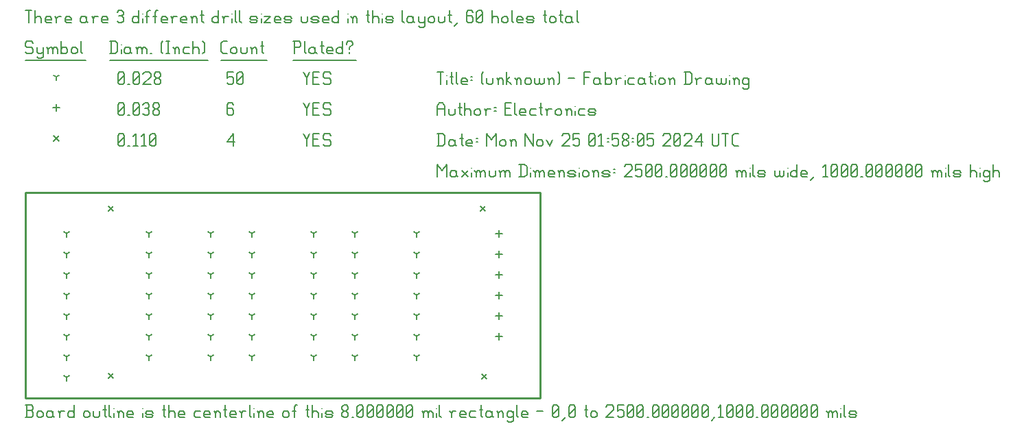
<source format=gbr>
G04 start of page 17 for group -3984 idx -3984 *
G04 Title: (unknown), fab *
G04 Creator: pcb 4.2.2 *
G04 CreationDate: Mon Nov 25 01:58:05 2024 UTC *
G04 For: electronics *
G04 Format: Gerber/RS-274X *
G04 PCB-Dimensions (mil): 2500.00 1000.00 *
G04 PCB-Coordinate-Origin: lower left *
%MOIN*%
%FSLAX25Y25*%
%LNFAB*%
%ADD70C,0.0100*%
%ADD69C,0.0075*%
%ADD68C,0.0060*%
%ADD67C,0.0080*%
G54D67*X220970Y93269D02*X223370Y90869D01*
X220970D02*X223370Y93269D01*
X221591Y11657D02*X223991Y9257D01*
X221591D02*X223991Y11657D01*
X40264Y11879D02*X42664Y9479D01*
X40264D02*X42664Y11879D01*
X40264Y93332D02*X42664Y90932D01*
X40264D02*X42664Y93332D01*
X13800Y127450D02*X16200Y125050D01*
X13800D02*X16200Y127450D01*
G54D68*X135000Y128500D02*X136500Y125500D01*
X138000Y128500D01*
X136500Y125500D02*Y122500D01*
X139800Y125800D02*X142050D01*
X139800Y122500D02*X142800D01*
X139800Y128500D02*Y122500D01*
Y128500D02*X142800D01*
X147600D02*X148350Y127750D01*
X145350Y128500D02*X147600D01*
X144600Y127750D02*X145350Y128500D01*
X144600Y127750D02*Y126250D01*
X145350Y125500D01*
X147600D01*
X148350Y124750D01*
Y123250D01*
X147600Y122500D02*X148350Y123250D01*
X145350Y122500D02*X147600D01*
X144600Y123250D02*X145350Y122500D01*
X98000Y124750D02*X101000Y128500D01*
X98000Y124750D02*X101750D01*
X101000Y128500D02*Y122500D01*
X45000Y123250D02*X45750Y122500D01*
X45000Y127750D02*Y123250D01*
Y127750D02*X45750Y128500D01*
X47250D01*
X48000Y127750D01*
Y123250D01*
X47250Y122500D02*X48000Y123250D01*
X45750Y122500D02*X47250D01*
X45000Y124000D02*X48000Y127000D01*
X49800Y122500D02*X50550D01*
X52350Y127300D02*X53550Y128500D01*
Y122500D01*
X52350D02*X54600D01*
X56400Y127300D02*X57600Y128500D01*
Y122500D01*
X56400D02*X58650D01*
X60450Y123250D02*X61200Y122500D01*
X60450Y127750D02*Y123250D01*
Y127750D02*X61200Y128500D01*
X62700D01*
X63450Y127750D01*
Y123250D01*
X62700Y122500D02*X63450Y123250D01*
X61200Y122500D02*X62700D01*
X60450Y124000D02*X63450Y127000D01*
X230000Y81600D02*Y78400D01*
X228400Y80000D02*X231600D01*
X230000Y71600D02*Y68400D01*
X228400Y70000D02*X231600D01*
X230000Y61600D02*Y58400D01*
X228400Y60000D02*X231600D01*
X230000Y51600D02*Y48400D01*
X228400Y50000D02*X231600D01*
X230000Y41600D02*Y38400D01*
X228400Y40000D02*X231600D01*
X230000Y31600D02*Y28400D01*
X228400Y30000D02*X231600D01*
X15000Y142850D02*Y139650D01*
X13400Y141250D02*X16600D01*
X135000Y143500D02*X136500Y140500D01*
X138000Y143500D01*
X136500Y140500D02*Y137500D01*
X139800Y140800D02*X142050D01*
X139800Y137500D02*X142800D01*
X139800Y143500D02*Y137500D01*
Y143500D02*X142800D01*
X147600D02*X148350Y142750D01*
X145350Y143500D02*X147600D01*
X144600Y142750D02*X145350Y143500D01*
X144600Y142750D02*Y141250D01*
X145350Y140500D01*
X147600D01*
X148350Y139750D01*
Y138250D01*
X147600Y137500D02*X148350Y138250D01*
X145350Y137500D02*X147600D01*
X144600Y138250D02*X145350Y137500D01*
X100250Y143500D02*X101000Y142750D01*
X98750Y143500D02*X100250D01*
X98000Y142750D02*X98750Y143500D01*
X98000Y142750D02*Y138250D01*
X98750Y137500D01*
X100250Y140800D02*X101000Y140050D01*
X98000Y140800D02*X100250D01*
X98750Y137500D02*X100250D01*
X101000Y138250D01*
Y140050D02*Y138250D01*
X45000D02*X45750Y137500D01*
X45000Y142750D02*Y138250D01*
Y142750D02*X45750Y143500D01*
X47250D01*
X48000Y142750D01*
Y138250D01*
X47250Y137500D02*X48000Y138250D01*
X45750Y137500D02*X47250D01*
X45000Y139000D02*X48000Y142000D01*
X49800Y137500D02*X50550D01*
X52350Y138250D02*X53100Y137500D01*
X52350Y142750D02*Y138250D01*
Y142750D02*X53100Y143500D01*
X54600D01*
X55350Y142750D01*
Y138250D01*
X54600Y137500D02*X55350Y138250D01*
X53100Y137500D02*X54600D01*
X52350Y139000D02*X55350Y142000D01*
X57150Y142750D02*X57900Y143500D01*
X59400D01*
X60150Y142750D01*
X59400Y137500D02*X60150Y138250D01*
X57900Y137500D02*X59400D01*
X57150Y138250D02*X57900Y137500D01*
Y140800D02*X59400D01*
X60150Y142750D02*Y141550D01*
Y140050D02*Y138250D01*
Y140050D02*X59400Y140800D01*
X60150Y141550D02*X59400Y140800D01*
X61950Y138250D02*X62700Y137500D01*
X61950Y139450D02*Y138250D01*
Y139450D02*X63000Y140500D01*
X63900D01*
X64950Y139450D01*
Y138250D01*
X64200Y137500D02*X64950Y138250D01*
X62700Y137500D02*X64200D01*
X61950Y141550D02*X63000Y140500D01*
X61950Y142750D02*Y141550D01*
Y142750D02*X62700Y143500D01*
X64200D01*
X64950Y142750D01*
Y141550D01*
X63900Y140500D02*X64950Y141550D01*
X20000Y80000D02*Y78400D01*
Y80000D02*X21387Y80800D01*
X20000Y80000D02*X18613Y80800D01*
X20000Y70000D02*Y68400D01*
Y70000D02*X21387Y70800D01*
X20000Y70000D02*X18613Y70800D01*
X20000Y60000D02*Y58400D01*
Y60000D02*X21387Y60800D01*
X20000Y60000D02*X18613Y60800D01*
X20000Y50000D02*Y48400D01*
Y50000D02*X21387Y50800D01*
X20000Y50000D02*X18613Y50800D01*
X20000Y40000D02*Y38400D01*
Y40000D02*X21387Y40800D01*
X20000Y40000D02*X18613Y40800D01*
X20000Y30000D02*Y28400D01*
Y30000D02*X21387Y30800D01*
X20000Y30000D02*X18613Y30800D01*
X20000Y20000D02*Y18400D01*
Y20000D02*X21387Y20800D01*
X20000Y20000D02*X18613Y20800D01*
X20000Y10000D02*Y8400D01*
Y10000D02*X21387Y10800D01*
X20000Y10000D02*X18613Y10800D01*
X60000Y80000D02*Y78400D01*
Y80000D02*X61387Y80800D01*
X60000Y80000D02*X58613Y80800D01*
X60000Y70000D02*Y68400D01*
Y70000D02*X61387Y70800D01*
X60000Y70000D02*X58613Y70800D01*
X60000Y60000D02*Y58400D01*
Y60000D02*X61387Y60800D01*
X60000Y60000D02*X58613Y60800D01*
X60000Y50000D02*Y48400D01*
Y50000D02*X61387Y50800D01*
X60000Y50000D02*X58613Y50800D01*
X60000Y40000D02*Y38400D01*
Y40000D02*X61387Y40800D01*
X60000Y40000D02*X58613Y40800D01*
X60000Y30000D02*Y28400D01*
Y30000D02*X61387Y30800D01*
X60000Y30000D02*X58613Y30800D01*
X60000Y20000D02*Y18400D01*
Y20000D02*X61387Y20800D01*
X60000Y20000D02*X58613Y20800D01*
X90000Y20000D02*Y18400D01*
Y20000D02*X91387Y20800D01*
X90000Y20000D02*X88613Y20800D01*
X90000Y30000D02*Y28400D01*
Y30000D02*X91387Y30800D01*
X90000Y30000D02*X88613Y30800D01*
X90000Y40000D02*Y38400D01*
Y40000D02*X91387Y40800D01*
X90000Y40000D02*X88613Y40800D01*
X90000Y50000D02*Y48400D01*
Y50000D02*X91387Y50800D01*
X90000Y50000D02*X88613Y50800D01*
X90000Y60000D02*Y58400D01*
Y60000D02*X91387Y60800D01*
X90000Y60000D02*X88613Y60800D01*
X90000Y70000D02*Y68400D01*
Y70000D02*X91387Y70800D01*
X90000Y70000D02*X88613Y70800D01*
X90000Y80000D02*Y78400D01*
Y80000D02*X91387Y80800D01*
X90000Y80000D02*X88613Y80800D01*
X110000Y80000D02*Y78400D01*
Y80000D02*X111387Y80800D01*
X110000Y80000D02*X108613Y80800D01*
X110000Y70000D02*Y68400D01*
Y70000D02*X111387Y70800D01*
X110000Y70000D02*X108613Y70800D01*
X110000Y60000D02*Y58400D01*
Y60000D02*X111387Y60800D01*
X110000Y60000D02*X108613Y60800D01*
X110000Y50000D02*Y48400D01*
Y50000D02*X111387Y50800D01*
X110000Y50000D02*X108613Y50800D01*
X110000Y40000D02*Y38400D01*
Y40000D02*X111387Y40800D01*
X110000Y40000D02*X108613Y40800D01*
X110000Y30000D02*Y28400D01*
Y30000D02*X111387Y30800D01*
X110000Y30000D02*X108613Y30800D01*
X110000Y20000D02*Y18400D01*
Y20000D02*X111387Y20800D01*
X110000Y20000D02*X108613Y20800D01*
X140000Y20000D02*Y18400D01*
Y20000D02*X141387Y20800D01*
X140000Y20000D02*X138613Y20800D01*
X140000Y30000D02*Y28400D01*
Y30000D02*X141387Y30800D01*
X140000Y30000D02*X138613Y30800D01*
X140000Y40000D02*Y38400D01*
Y40000D02*X141387Y40800D01*
X140000Y40000D02*X138613Y40800D01*
X140000Y50000D02*Y48400D01*
Y50000D02*X141387Y50800D01*
X140000Y50000D02*X138613Y50800D01*
X140000Y60000D02*Y58400D01*
Y60000D02*X141387Y60800D01*
X140000Y60000D02*X138613Y60800D01*
X140000Y70000D02*Y68400D01*
Y70000D02*X141387Y70800D01*
X140000Y70000D02*X138613Y70800D01*
X140000Y80000D02*Y78400D01*
Y80000D02*X141387Y80800D01*
X140000Y80000D02*X138613Y80800D01*
X160000Y80000D02*Y78400D01*
Y80000D02*X161387Y80800D01*
X160000Y80000D02*X158613Y80800D01*
X160000Y70000D02*Y68400D01*
Y70000D02*X161387Y70800D01*
X160000Y70000D02*X158613Y70800D01*
X160000Y60000D02*Y58400D01*
Y60000D02*X161387Y60800D01*
X160000Y60000D02*X158613Y60800D01*
X160000Y50000D02*Y48400D01*
Y50000D02*X161387Y50800D01*
X160000Y50000D02*X158613Y50800D01*
X160000Y40000D02*Y38400D01*
Y40000D02*X161387Y40800D01*
X160000Y40000D02*X158613Y40800D01*
X160000Y30000D02*Y28400D01*
Y30000D02*X161387Y30800D01*
X160000Y30000D02*X158613Y30800D01*
X160000Y20000D02*Y18400D01*
Y20000D02*X161387Y20800D01*
X160000Y20000D02*X158613Y20800D01*
X190000Y20000D02*Y18400D01*
Y20000D02*X191387Y20800D01*
X190000Y20000D02*X188613Y20800D01*
X190000Y30000D02*Y28400D01*
Y30000D02*X191387Y30800D01*
X190000Y30000D02*X188613Y30800D01*
X190000Y40000D02*Y38400D01*
Y40000D02*X191387Y40800D01*
X190000Y40000D02*X188613Y40800D01*
X190000Y50000D02*Y48400D01*
Y50000D02*X191387Y50800D01*
X190000Y50000D02*X188613Y50800D01*
X190000Y60000D02*Y58400D01*
Y60000D02*X191387Y60800D01*
X190000Y60000D02*X188613Y60800D01*
X190000Y70000D02*Y68400D01*
Y70000D02*X191387Y70800D01*
X190000Y70000D02*X188613Y70800D01*
X190000Y80000D02*Y78400D01*
Y80000D02*X191387Y80800D01*
X190000Y80000D02*X188613Y80800D01*
X15000Y156250D02*Y154650D01*
Y156250D02*X16387Y157050D01*
X15000Y156250D02*X13613Y157050D01*
X135000Y158500D02*X136500Y155500D01*
X138000Y158500D01*
X136500Y155500D02*Y152500D01*
X139800Y155800D02*X142050D01*
X139800Y152500D02*X142800D01*
X139800Y158500D02*Y152500D01*
Y158500D02*X142800D01*
X147600D02*X148350Y157750D01*
X145350Y158500D02*X147600D01*
X144600Y157750D02*X145350Y158500D01*
X144600Y157750D02*Y156250D01*
X145350Y155500D01*
X147600D01*
X148350Y154750D01*
Y153250D01*
X147600Y152500D02*X148350Y153250D01*
X145350Y152500D02*X147600D01*
X144600Y153250D02*X145350Y152500D01*
X98000Y158500D02*X101000D01*
X98000D02*Y155500D01*
X98750Y156250D01*
X100250D01*
X101000Y155500D01*
Y153250D01*
X100250Y152500D02*X101000Y153250D01*
X98750Y152500D02*X100250D01*
X98000Y153250D02*X98750Y152500D01*
X102800Y153250D02*X103550Y152500D01*
X102800Y157750D02*Y153250D01*
Y157750D02*X103550Y158500D01*
X105050D01*
X105800Y157750D01*
Y153250D01*
X105050Y152500D02*X105800Y153250D01*
X103550Y152500D02*X105050D01*
X102800Y154000D02*X105800Y157000D01*
X45000Y153250D02*X45750Y152500D01*
X45000Y157750D02*Y153250D01*
Y157750D02*X45750Y158500D01*
X47250D01*
X48000Y157750D01*
Y153250D01*
X47250Y152500D02*X48000Y153250D01*
X45750Y152500D02*X47250D01*
X45000Y154000D02*X48000Y157000D01*
X49800Y152500D02*X50550D01*
X52350Y153250D02*X53100Y152500D01*
X52350Y157750D02*Y153250D01*
Y157750D02*X53100Y158500D01*
X54600D01*
X55350Y157750D01*
Y153250D01*
X54600Y152500D02*X55350Y153250D01*
X53100Y152500D02*X54600D01*
X52350Y154000D02*X55350Y157000D01*
X57150Y157750D02*X57900Y158500D01*
X60150D01*
X60900Y157750D01*
Y156250D01*
X57150Y152500D02*X60900Y156250D01*
X57150Y152500D02*X60900D01*
X62700Y153250D02*X63450Y152500D01*
X62700Y154450D02*Y153250D01*
Y154450D02*X63750Y155500D01*
X64650D01*
X65700Y154450D01*
Y153250D01*
X64950Y152500D02*X65700Y153250D01*
X63450Y152500D02*X64950D01*
X62700Y156550D02*X63750Y155500D01*
X62700Y157750D02*Y156550D01*
Y157750D02*X63450Y158500D01*
X64950D01*
X65700Y157750D01*
Y156550D01*
X64650Y155500D02*X65700Y156550D01*
X3000Y173500D02*X3750Y172750D01*
X750Y173500D02*X3000D01*
X0Y172750D02*X750Y173500D01*
X0Y172750D02*Y171250D01*
X750Y170500D01*
X3000D01*
X3750Y169750D01*
Y168250D01*
X3000Y167500D02*X3750Y168250D01*
X750Y167500D02*X3000D01*
X0Y168250D02*X750Y167500D01*
X5550Y170500D02*Y168250D01*
X6300Y167500D01*
X8550Y170500D02*Y166000D01*
X7800Y165250D02*X8550Y166000D01*
X6300Y165250D02*X7800D01*
X5550Y166000D02*X6300Y165250D01*
Y167500D02*X7800D01*
X8550Y168250D01*
X11100Y169750D02*Y167500D01*
Y169750D02*X11850Y170500D01*
X12600D01*
X13350Y169750D01*
Y167500D01*
Y169750D02*X14100Y170500D01*
X14850D01*
X15600Y169750D01*
Y167500D01*
X10350Y170500D02*X11100Y169750D01*
X17400Y173500D02*Y167500D01*
Y168250D02*X18150Y167500D01*
X19650D01*
X20400Y168250D01*
Y169750D02*Y168250D01*
X19650Y170500D02*X20400Y169750D01*
X18150Y170500D02*X19650D01*
X17400Y169750D02*X18150Y170500D01*
X22200Y169750D02*Y168250D01*
Y169750D02*X22950Y170500D01*
X24450D01*
X25200Y169750D01*
Y168250D01*
X24450Y167500D02*X25200Y168250D01*
X22950Y167500D02*X24450D01*
X22200Y168250D02*X22950Y167500D01*
X27000Y173500D02*Y168250D01*
X27750Y167500D01*
X0Y164250D02*X29250D01*
X41750Y173500D02*Y167500D01*
X43700Y173500D02*X44750Y172450D01*
Y168550D01*
X43700Y167500D02*X44750Y168550D01*
X41000Y167500D02*X43700D01*
X41000Y173500D02*X43700D01*
G54D69*X46550Y172000D02*Y171850D01*
G54D68*Y169750D02*Y167500D01*
X50300Y170500D02*X51050Y169750D01*
X48800Y170500D02*X50300D01*
X48050Y169750D02*X48800Y170500D01*
X48050Y169750D02*Y168250D01*
X48800Y167500D01*
X51050Y170500D02*Y168250D01*
X51800Y167500D01*
X48800D02*X50300D01*
X51050Y168250D01*
X54350Y169750D02*Y167500D01*
Y169750D02*X55100Y170500D01*
X55850D01*
X56600Y169750D01*
Y167500D01*
Y169750D02*X57350Y170500D01*
X58100D01*
X58850Y169750D01*
Y167500D01*
X53600Y170500D02*X54350Y169750D01*
X60650Y167500D02*X61400D01*
X65900Y168250D02*X66650Y167500D01*
X65900Y172750D02*X66650Y173500D01*
X65900Y172750D02*Y168250D01*
X68450Y173500D02*X69950D01*
X69200D02*Y167500D01*
X68450D02*X69950D01*
X72500Y169750D02*Y167500D01*
Y169750D02*X73250Y170500D01*
X74000D01*
X74750Y169750D01*
Y167500D01*
X71750Y170500D02*X72500Y169750D01*
X77300Y170500D02*X79550D01*
X76550Y169750D02*X77300Y170500D01*
X76550Y169750D02*Y168250D01*
X77300Y167500D01*
X79550D01*
X81350Y173500D02*Y167500D01*
Y169750D02*X82100Y170500D01*
X83600D01*
X84350Y169750D01*
Y167500D01*
X86150Y173500D02*X86900Y172750D01*
Y168250D01*
X86150Y167500D02*X86900Y168250D01*
X41000Y164250D02*X88700D01*
X96050Y167500D02*X98000D01*
X95000Y168550D02*X96050Y167500D01*
X95000Y172450D02*Y168550D01*
Y172450D02*X96050Y173500D01*
X98000D01*
X99800Y169750D02*Y168250D01*
Y169750D02*X100550Y170500D01*
X102050D01*
X102800Y169750D01*
Y168250D01*
X102050Y167500D02*X102800Y168250D01*
X100550Y167500D02*X102050D01*
X99800Y168250D02*X100550Y167500D01*
X104600Y170500D02*Y168250D01*
X105350Y167500D01*
X106850D01*
X107600Y168250D01*
Y170500D02*Y168250D01*
X110150Y169750D02*Y167500D01*
Y169750D02*X110900Y170500D01*
X111650D01*
X112400Y169750D01*
Y167500D01*
X109400Y170500D02*X110150Y169750D01*
X114950Y173500D02*Y168250D01*
X115700Y167500D01*
X114200Y171250D02*X115700D01*
X95000Y164250D02*X117200D01*
X130750Y173500D02*Y167500D01*
X130000Y173500D02*X133000D01*
X133750Y172750D01*
Y171250D01*
X133000Y170500D02*X133750Y171250D01*
X130750Y170500D02*X133000D01*
X135550Y173500D02*Y168250D01*
X136300Y167500D01*
X140050Y170500D02*X140800Y169750D01*
X138550Y170500D02*X140050D01*
X137800Y169750D02*X138550Y170500D01*
X137800Y169750D02*Y168250D01*
X138550Y167500D01*
X140800Y170500D02*Y168250D01*
X141550Y167500D01*
X138550D02*X140050D01*
X140800Y168250D01*
X144100Y173500D02*Y168250D01*
X144850Y167500D01*
X143350Y171250D02*X144850D01*
X147100Y167500D02*X149350D01*
X146350Y168250D02*X147100Y167500D01*
X146350Y169750D02*Y168250D01*
Y169750D02*X147100Y170500D01*
X148600D01*
X149350Y169750D01*
X146350Y169000D02*X149350D01*
Y169750D02*Y169000D01*
X154150Y173500D02*Y167500D01*
X153400D02*X154150Y168250D01*
X151900Y167500D02*X153400D01*
X151150Y168250D02*X151900Y167500D01*
X151150Y169750D02*Y168250D01*
Y169750D02*X151900Y170500D01*
X153400D01*
X154150Y169750D01*
X157450Y170500D02*Y169750D01*
Y168250D02*Y167500D01*
X155950Y172750D02*Y172000D01*
Y172750D02*X156700Y173500D01*
X158200D01*
X158950Y172750D01*
Y172000D01*
X157450Y170500D02*X158950Y172000D01*
X130000Y164250D02*X160750D01*
X0Y188500D02*X3000D01*
X1500D02*Y182500D01*
X4800Y188500D02*Y182500D01*
Y184750D02*X5550Y185500D01*
X7050D01*
X7800Y184750D01*
Y182500D01*
X10350D02*X12600D01*
X9600Y183250D02*X10350Y182500D01*
X9600Y184750D02*Y183250D01*
Y184750D02*X10350Y185500D01*
X11850D01*
X12600Y184750D01*
X9600Y184000D02*X12600D01*
Y184750D02*Y184000D01*
X15150Y184750D02*Y182500D01*
Y184750D02*X15900Y185500D01*
X17400D01*
X14400D02*X15150Y184750D01*
X19950Y182500D02*X22200D01*
X19200Y183250D02*X19950Y182500D01*
X19200Y184750D02*Y183250D01*
Y184750D02*X19950Y185500D01*
X21450D01*
X22200Y184750D01*
X19200Y184000D02*X22200D01*
Y184750D02*Y184000D01*
X28950Y185500D02*X29700Y184750D01*
X27450Y185500D02*X28950D01*
X26700Y184750D02*X27450Y185500D01*
X26700Y184750D02*Y183250D01*
X27450Y182500D01*
X29700Y185500D02*Y183250D01*
X30450Y182500D01*
X27450D02*X28950D01*
X29700Y183250D01*
X33000Y184750D02*Y182500D01*
Y184750D02*X33750Y185500D01*
X35250D01*
X32250D02*X33000Y184750D01*
X37800Y182500D02*X40050D01*
X37050Y183250D02*X37800Y182500D01*
X37050Y184750D02*Y183250D01*
Y184750D02*X37800Y185500D01*
X39300D01*
X40050Y184750D01*
X37050Y184000D02*X40050D01*
Y184750D02*Y184000D01*
X44550Y187750D02*X45300Y188500D01*
X46800D01*
X47550Y187750D01*
X46800Y182500D02*X47550Y183250D01*
X45300Y182500D02*X46800D01*
X44550Y183250D02*X45300Y182500D01*
Y185800D02*X46800D01*
X47550Y187750D02*Y186550D01*
Y185050D02*Y183250D01*
Y185050D02*X46800Y185800D01*
X47550Y186550D02*X46800Y185800D01*
X55050Y188500D02*Y182500D01*
X54300D02*X55050Y183250D01*
X52800Y182500D02*X54300D01*
X52050Y183250D02*X52800Y182500D01*
X52050Y184750D02*Y183250D01*
Y184750D02*X52800Y185500D01*
X54300D01*
X55050Y184750D01*
G54D69*X56850Y187000D02*Y186850D01*
G54D68*Y184750D02*Y182500D01*
X59100Y187750D02*Y182500D01*
Y187750D02*X59850Y188500D01*
X60600D01*
X58350Y185500D02*X59850D01*
X62850Y187750D02*Y182500D01*
Y187750D02*X63600Y188500D01*
X64350D01*
X62100Y185500D02*X63600D01*
X66600Y182500D02*X68850D01*
X65850Y183250D02*X66600Y182500D01*
X65850Y184750D02*Y183250D01*
Y184750D02*X66600Y185500D01*
X68100D01*
X68850Y184750D01*
X65850Y184000D02*X68850D01*
Y184750D02*Y184000D01*
X71400Y184750D02*Y182500D01*
Y184750D02*X72150Y185500D01*
X73650D01*
X70650D02*X71400Y184750D01*
X76200Y182500D02*X78450D01*
X75450Y183250D02*X76200Y182500D01*
X75450Y184750D02*Y183250D01*
Y184750D02*X76200Y185500D01*
X77700D01*
X78450Y184750D01*
X75450Y184000D02*X78450D01*
Y184750D02*Y184000D01*
X81000Y184750D02*Y182500D01*
Y184750D02*X81750Y185500D01*
X82500D01*
X83250Y184750D01*
Y182500D01*
X80250Y185500D02*X81000Y184750D01*
X85800Y188500D02*Y183250D01*
X86550Y182500D01*
X85050Y186250D02*X86550D01*
X93750Y188500D02*Y182500D01*
X93000D02*X93750Y183250D01*
X91500Y182500D02*X93000D01*
X90750Y183250D02*X91500Y182500D01*
X90750Y184750D02*Y183250D01*
Y184750D02*X91500Y185500D01*
X93000D01*
X93750Y184750D01*
X96300D02*Y182500D01*
Y184750D02*X97050Y185500D01*
X98550D01*
X95550D02*X96300Y184750D01*
G54D69*X100350Y187000D02*Y186850D01*
G54D68*Y184750D02*Y182500D01*
X101850Y188500D02*Y183250D01*
X102600Y182500D01*
X104100Y188500D02*Y183250D01*
X104850Y182500D01*
X109800D02*X112050D01*
X112800Y183250D01*
X112050Y184000D02*X112800Y183250D01*
X109800Y184000D02*X112050D01*
X109050Y184750D02*X109800Y184000D01*
X109050Y184750D02*X109800Y185500D01*
X112050D01*
X112800Y184750D01*
X109050Y183250D02*X109800Y182500D01*
G54D69*X114600Y187000D02*Y186850D01*
G54D68*Y184750D02*Y182500D01*
X116100Y185500D02*X119100D01*
X116100Y182500D02*X119100Y185500D01*
X116100Y182500D02*X119100D01*
X121650D02*X123900D01*
X120900Y183250D02*X121650Y182500D01*
X120900Y184750D02*Y183250D01*
Y184750D02*X121650Y185500D01*
X123150D01*
X123900Y184750D01*
X120900Y184000D02*X123900D01*
Y184750D02*Y184000D01*
X126450Y182500D02*X128700D01*
X129450Y183250D01*
X128700Y184000D02*X129450Y183250D01*
X126450Y184000D02*X128700D01*
X125700Y184750D02*X126450Y184000D01*
X125700Y184750D02*X126450Y185500D01*
X128700D01*
X129450Y184750D01*
X125700Y183250D02*X126450Y182500D01*
X133950Y185500D02*Y183250D01*
X134700Y182500D01*
X136200D01*
X136950Y183250D01*
Y185500D02*Y183250D01*
X139500Y182500D02*X141750D01*
X142500Y183250D01*
X141750Y184000D02*X142500Y183250D01*
X139500Y184000D02*X141750D01*
X138750Y184750D02*X139500Y184000D01*
X138750Y184750D02*X139500Y185500D01*
X141750D01*
X142500Y184750D01*
X138750Y183250D02*X139500Y182500D01*
X145050D02*X147300D01*
X144300Y183250D02*X145050Y182500D01*
X144300Y184750D02*Y183250D01*
Y184750D02*X145050Y185500D01*
X146550D01*
X147300Y184750D01*
X144300Y184000D02*X147300D01*
Y184750D02*Y184000D01*
X152100Y188500D02*Y182500D01*
X151350D02*X152100Y183250D01*
X149850Y182500D02*X151350D01*
X149100Y183250D02*X149850Y182500D01*
X149100Y184750D02*Y183250D01*
Y184750D02*X149850Y185500D01*
X151350D01*
X152100Y184750D01*
G54D69*X156600Y187000D02*Y186850D01*
G54D68*Y184750D02*Y182500D01*
X158850Y184750D02*Y182500D01*
Y184750D02*X159600Y185500D01*
X160350D01*
X161100Y184750D01*
Y182500D01*
X158100Y185500D02*X158850Y184750D01*
X166350Y188500D02*Y183250D01*
X167100Y182500D01*
X165600Y186250D02*X167100D01*
X168600Y188500D02*Y182500D01*
Y184750D02*X169350Y185500D01*
X170850D01*
X171600Y184750D01*
Y182500D01*
G54D69*X173400Y187000D02*Y186850D01*
G54D68*Y184750D02*Y182500D01*
X175650D02*X177900D01*
X178650Y183250D01*
X177900Y184000D02*X178650Y183250D01*
X175650Y184000D02*X177900D01*
X174900Y184750D02*X175650Y184000D01*
X174900Y184750D02*X175650Y185500D01*
X177900D01*
X178650Y184750D01*
X174900Y183250D02*X175650Y182500D01*
X183150Y188500D02*Y183250D01*
X183900Y182500D01*
X187650Y185500D02*X188400Y184750D01*
X186150Y185500D02*X187650D01*
X185400Y184750D02*X186150Y185500D01*
X185400Y184750D02*Y183250D01*
X186150Y182500D01*
X188400Y185500D02*Y183250D01*
X189150Y182500D01*
X186150D02*X187650D01*
X188400Y183250D01*
X190950Y185500D02*Y183250D01*
X191700Y182500D01*
X193950Y185500D02*Y181000D01*
X193200Y180250D02*X193950Y181000D01*
X191700Y180250D02*X193200D01*
X190950Y181000D02*X191700Y180250D01*
Y182500D02*X193200D01*
X193950Y183250D01*
X195750Y184750D02*Y183250D01*
Y184750D02*X196500Y185500D01*
X198000D01*
X198750Y184750D01*
Y183250D01*
X198000Y182500D02*X198750Y183250D01*
X196500Y182500D02*X198000D01*
X195750Y183250D02*X196500Y182500D01*
X200550Y185500D02*Y183250D01*
X201300Y182500D01*
X202800D01*
X203550Y183250D01*
Y185500D02*Y183250D01*
X206100Y188500D02*Y183250D01*
X206850Y182500D01*
X205350Y186250D02*X206850D01*
X208350Y181000D02*X209850Y182500D01*
X216600Y188500D02*X217350Y187750D01*
X215100Y188500D02*X216600D01*
X214350Y187750D02*X215100Y188500D01*
X214350Y187750D02*Y183250D01*
X215100Y182500D01*
X216600Y185800D02*X217350Y185050D01*
X214350Y185800D02*X216600D01*
X215100Y182500D02*X216600D01*
X217350Y183250D01*
Y185050D02*Y183250D01*
X219150D02*X219900Y182500D01*
X219150Y187750D02*Y183250D01*
Y187750D02*X219900Y188500D01*
X221400D01*
X222150Y187750D01*
Y183250D01*
X221400Y182500D02*X222150Y183250D01*
X219900Y182500D02*X221400D01*
X219150Y184000D02*X222150Y187000D01*
X226650Y188500D02*Y182500D01*
Y184750D02*X227400Y185500D01*
X228900D01*
X229650Y184750D01*
Y182500D01*
X231450Y184750D02*Y183250D01*
Y184750D02*X232200Y185500D01*
X233700D01*
X234450Y184750D01*
Y183250D01*
X233700Y182500D02*X234450Y183250D01*
X232200Y182500D02*X233700D01*
X231450Y183250D02*X232200Y182500D01*
X236250Y188500D02*Y183250D01*
X237000Y182500D01*
X239250D02*X241500D01*
X238500Y183250D02*X239250Y182500D01*
X238500Y184750D02*Y183250D01*
Y184750D02*X239250Y185500D01*
X240750D01*
X241500Y184750D01*
X238500Y184000D02*X241500D01*
Y184750D02*Y184000D01*
X244050Y182500D02*X246300D01*
X247050Y183250D01*
X246300Y184000D02*X247050Y183250D01*
X244050Y184000D02*X246300D01*
X243300Y184750D02*X244050Y184000D01*
X243300Y184750D02*X244050Y185500D01*
X246300D01*
X247050Y184750D01*
X243300Y183250D02*X244050Y182500D01*
X252300Y188500D02*Y183250D01*
X253050Y182500D01*
X251550Y186250D02*X253050D01*
X254550Y184750D02*Y183250D01*
Y184750D02*X255300Y185500D01*
X256800D01*
X257550Y184750D01*
Y183250D01*
X256800Y182500D02*X257550Y183250D01*
X255300Y182500D02*X256800D01*
X254550Y183250D02*X255300Y182500D01*
X260100Y188500D02*Y183250D01*
X260850Y182500D01*
X259350Y186250D02*X260850D01*
X264600Y185500D02*X265350Y184750D01*
X263100Y185500D02*X264600D01*
X262350Y184750D02*X263100Y185500D01*
X262350Y184750D02*Y183250D01*
X263100Y182500D01*
X265350Y185500D02*Y183250D01*
X266100Y182500D01*
X263100D02*X264600D01*
X265350Y183250D01*
X267900Y188500D02*Y183250D01*
X268650Y182500D01*
G54D70*X0Y100000D02*X250000D01*
X0D02*Y0D01*
X250000Y100000D02*Y0D01*
X0D02*X250000D01*
G54D68*X200000Y113500D02*Y107500D01*
Y113500D02*X202250Y110500D01*
X204500Y113500D01*
Y107500D01*
X208550Y110500D02*X209300Y109750D01*
X207050Y110500D02*X208550D01*
X206300Y109750D02*X207050Y110500D01*
X206300Y109750D02*Y108250D01*
X207050Y107500D01*
X209300Y110500D02*Y108250D01*
X210050Y107500D01*
X207050D02*X208550D01*
X209300Y108250D01*
X211850Y110500D02*X214850Y107500D01*
X211850D02*X214850Y110500D01*
G54D69*X216650Y112000D02*Y111850D01*
G54D68*Y109750D02*Y107500D01*
X218900Y109750D02*Y107500D01*
Y109750D02*X219650Y110500D01*
X220400D01*
X221150Y109750D01*
Y107500D01*
Y109750D02*X221900Y110500D01*
X222650D01*
X223400Y109750D01*
Y107500D01*
X218150Y110500D02*X218900Y109750D01*
X225200Y110500D02*Y108250D01*
X225950Y107500D01*
X227450D01*
X228200Y108250D01*
Y110500D02*Y108250D01*
X230750Y109750D02*Y107500D01*
Y109750D02*X231500Y110500D01*
X232250D01*
X233000Y109750D01*
Y107500D01*
Y109750D02*X233750Y110500D01*
X234500D01*
X235250Y109750D01*
Y107500D01*
X230000Y110500D02*X230750Y109750D01*
X240500Y113500D02*Y107500D01*
X242450Y113500D02*X243500Y112450D01*
Y108550D01*
X242450Y107500D02*X243500Y108550D01*
X239750Y107500D02*X242450D01*
X239750Y113500D02*X242450D01*
G54D69*X245300Y112000D02*Y111850D01*
G54D68*Y109750D02*Y107500D01*
X247550Y109750D02*Y107500D01*
Y109750D02*X248300Y110500D01*
X249050D01*
X249800Y109750D01*
Y107500D01*
Y109750D02*X250550Y110500D01*
X251300D01*
X252050Y109750D01*
Y107500D01*
X246800Y110500D02*X247550Y109750D01*
X254600Y107500D02*X256850D01*
X253850Y108250D02*X254600Y107500D01*
X253850Y109750D02*Y108250D01*
Y109750D02*X254600Y110500D01*
X256100D01*
X256850Y109750D01*
X253850Y109000D02*X256850D01*
Y109750D02*Y109000D01*
X259400Y109750D02*Y107500D01*
Y109750D02*X260150Y110500D01*
X260900D01*
X261650Y109750D01*
Y107500D01*
X258650Y110500D02*X259400Y109750D01*
X264200Y107500D02*X266450D01*
X267200Y108250D01*
X266450Y109000D02*X267200Y108250D01*
X264200Y109000D02*X266450D01*
X263450Y109750D02*X264200Y109000D01*
X263450Y109750D02*X264200Y110500D01*
X266450D01*
X267200Y109750D01*
X263450Y108250D02*X264200Y107500D01*
G54D69*X269000Y112000D02*Y111850D01*
G54D68*Y109750D02*Y107500D01*
X270500Y109750D02*Y108250D01*
Y109750D02*X271250Y110500D01*
X272750D01*
X273500Y109750D01*
Y108250D01*
X272750Y107500D02*X273500Y108250D01*
X271250Y107500D02*X272750D01*
X270500Y108250D02*X271250Y107500D01*
X276050Y109750D02*Y107500D01*
Y109750D02*X276800Y110500D01*
X277550D01*
X278300Y109750D01*
Y107500D01*
X275300Y110500D02*X276050Y109750D01*
X280850Y107500D02*X283100D01*
X283850Y108250D01*
X283100Y109000D02*X283850Y108250D01*
X280850Y109000D02*X283100D01*
X280100Y109750D02*X280850Y109000D01*
X280100Y109750D02*X280850Y110500D01*
X283100D01*
X283850Y109750D01*
X280100Y108250D02*X280850Y107500D01*
X285650Y111250D02*X286400D01*
X285650Y109750D02*X286400D01*
X290900Y112750D02*X291650Y113500D01*
X293900D01*
X294650Y112750D01*
Y111250D01*
X290900Y107500D02*X294650Y111250D01*
X290900Y107500D02*X294650D01*
X296450Y113500D02*X299450D01*
X296450D02*Y110500D01*
X297200Y111250D01*
X298700D01*
X299450Y110500D01*
Y108250D01*
X298700Y107500D02*X299450Y108250D01*
X297200Y107500D02*X298700D01*
X296450Y108250D02*X297200Y107500D01*
X301250Y108250D02*X302000Y107500D01*
X301250Y112750D02*Y108250D01*
Y112750D02*X302000Y113500D01*
X303500D01*
X304250Y112750D01*
Y108250D01*
X303500Y107500D02*X304250Y108250D01*
X302000Y107500D02*X303500D01*
X301250Y109000D02*X304250Y112000D01*
X306050Y108250D02*X306800Y107500D01*
X306050Y112750D02*Y108250D01*
Y112750D02*X306800Y113500D01*
X308300D01*
X309050Y112750D01*
Y108250D01*
X308300Y107500D02*X309050Y108250D01*
X306800Y107500D02*X308300D01*
X306050Y109000D02*X309050Y112000D01*
X310850Y107500D02*X311600D01*
X313400Y108250D02*X314150Y107500D01*
X313400Y112750D02*Y108250D01*
Y112750D02*X314150Y113500D01*
X315650D01*
X316400Y112750D01*
Y108250D01*
X315650Y107500D02*X316400Y108250D01*
X314150Y107500D02*X315650D01*
X313400Y109000D02*X316400Y112000D01*
X318200Y108250D02*X318950Y107500D01*
X318200Y112750D02*Y108250D01*
Y112750D02*X318950Y113500D01*
X320450D01*
X321200Y112750D01*
Y108250D01*
X320450Y107500D02*X321200Y108250D01*
X318950Y107500D02*X320450D01*
X318200Y109000D02*X321200Y112000D01*
X323000Y108250D02*X323750Y107500D01*
X323000Y112750D02*Y108250D01*
Y112750D02*X323750Y113500D01*
X325250D01*
X326000Y112750D01*
Y108250D01*
X325250Y107500D02*X326000Y108250D01*
X323750Y107500D02*X325250D01*
X323000Y109000D02*X326000Y112000D01*
X327800Y108250D02*X328550Y107500D01*
X327800Y112750D02*Y108250D01*
Y112750D02*X328550Y113500D01*
X330050D01*
X330800Y112750D01*
Y108250D01*
X330050Y107500D02*X330800Y108250D01*
X328550Y107500D02*X330050D01*
X327800Y109000D02*X330800Y112000D01*
X332600Y108250D02*X333350Y107500D01*
X332600Y112750D02*Y108250D01*
Y112750D02*X333350Y113500D01*
X334850D01*
X335600Y112750D01*
Y108250D01*
X334850Y107500D02*X335600Y108250D01*
X333350Y107500D02*X334850D01*
X332600Y109000D02*X335600Y112000D01*
X337400Y108250D02*X338150Y107500D01*
X337400Y112750D02*Y108250D01*
Y112750D02*X338150Y113500D01*
X339650D01*
X340400Y112750D01*
Y108250D01*
X339650Y107500D02*X340400Y108250D01*
X338150Y107500D02*X339650D01*
X337400Y109000D02*X340400Y112000D01*
X345650Y109750D02*Y107500D01*
Y109750D02*X346400Y110500D01*
X347150D01*
X347900Y109750D01*
Y107500D01*
Y109750D02*X348650Y110500D01*
X349400D01*
X350150Y109750D01*
Y107500D01*
X344900Y110500D02*X345650Y109750D01*
G54D69*X351950Y112000D02*Y111850D01*
G54D68*Y109750D02*Y107500D01*
X353450Y113500D02*Y108250D01*
X354200Y107500D01*
X356450D02*X358700D01*
X359450Y108250D01*
X358700Y109000D02*X359450Y108250D01*
X356450Y109000D02*X358700D01*
X355700Y109750D02*X356450Y109000D01*
X355700Y109750D02*X356450Y110500D01*
X358700D01*
X359450Y109750D01*
X355700Y108250D02*X356450Y107500D01*
X363950Y110500D02*Y108250D01*
X364700Y107500D01*
X365450D01*
X366200Y108250D01*
Y110500D02*Y108250D01*
X366950Y107500D01*
X367700D01*
X368450Y108250D01*
Y110500D02*Y108250D01*
G54D69*X370250Y112000D02*Y111850D01*
G54D68*Y109750D02*Y107500D01*
X374750Y113500D02*Y107500D01*
X374000D02*X374750Y108250D01*
X372500Y107500D02*X374000D01*
X371750Y108250D02*X372500Y107500D01*
X371750Y109750D02*Y108250D01*
Y109750D02*X372500Y110500D01*
X374000D01*
X374750Y109750D01*
X377300Y107500D02*X379550D01*
X376550Y108250D02*X377300Y107500D01*
X376550Y109750D02*Y108250D01*
Y109750D02*X377300Y110500D01*
X378800D01*
X379550Y109750D01*
X376550Y109000D02*X379550D01*
Y109750D02*Y109000D01*
X381350Y106000D02*X382850Y107500D01*
X387350Y112300D02*X388550Y113500D01*
Y107500D01*
X387350D02*X389600D01*
X391400Y108250D02*X392150Y107500D01*
X391400Y112750D02*Y108250D01*
Y112750D02*X392150Y113500D01*
X393650D01*
X394400Y112750D01*
Y108250D01*
X393650Y107500D02*X394400Y108250D01*
X392150Y107500D02*X393650D01*
X391400Y109000D02*X394400Y112000D01*
X396200Y108250D02*X396950Y107500D01*
X396200Y112750D02*Y108250D01*
Y112750D02*X396950Y113500D01*
X398450D01*
X399200Y112750D01*
Y108250D01*
X398450Y107500D02*X399200Y108250D01*
X396950Y107500D02*X398450D01*
X396200Y109000D02*X399200Y112000D01*
X401000Y108250D02*X401750Y107500D01*
X401000Y112750D02*Y108250D01*
Y112750D02*X401750Y113500D01*
X403250D01*
X404000Y112750D01*
Y108250D01*
X403250Y107500D02*X404000Y108250D01*
X401750Y107500D02*X403250D01*
X401000Y109000D02*X404000Y112000D01*
X405800Y107500D02*X406550D01*
X408350Y108250D02*X409100Y107500D01*
X408350Y112750D02*Y108250D01*
Y112750D02*X409100Y113500D01*
X410600D01*
X411350Y112750D01*
Y108250D01*
X410600Y107500D02*X411350Y108250D01*
X409100Y107500D02*X410600D01*
X408350Y109000D02*X411350Y112000D01*
X413150Y108250D02*X413900Y107500D01*
X413150Y112750D02*Y108250D01*
Y112750D02*X413900Y113500D01*
X415400D01*
X416150Y112750D01*
Y108250D01*
X415400Y107500D02*X416150Y108250D01*
X413900Y107500D02*X415400D01*
X413150Y109000D02*X416150Y112000D01*
X417950Y108250D02*X418700Y107500D01*
X417950Y112750D02*Y108250D01*
Y112750D02*X418700Y113500D01*
X420200D01*
X420950Y112750D01*
Y108250D01*
X420200Y107500D02*X420950Y108250D01*
X418700Y107500D02*X420200D01*
X417950Y109000D02*X420950Y112000D01*
X422750Y108250D02*X423500Y107500D01*
X422750Y112750D02*Y108250D01*
Y112750D02*X423500Y113500D01*
X425000D01*
X425750Y112750D01*
Y108250D01*
X425000Y107500D02*X425750Y108250D01*
X423500Y107500D02*X425000D01*
X422750Y109000D02*X425750Y112000D01*
X427550Y108250D02*X428300Y107500D01*
X427550Y112750D02*Y108250D01*
Y112750D02*X428300Y113500D01*
X429800D01*
X430550Y112750D01*
Y108250D01*
X429800Y107500D02*X430550Y108250D01*
X428300Y107500D02*X429800D01*
X427550Y109000D02*X430550Y112000D01*
X432350Y108250D02*X433100Y107500D01*
X432350Y112750D02*Y108250D01*
Y112750D02*X433100Y113500D01*
X434600D01*
X435350Y112750D01*
Y108250D01*
X434600Y107500D02*X435350Y108250D01*
X433100Y107500D02*X434600D01*
X432350Y109000D02*X435350Y112000D01*
X440600Y109750D02*Y107500D01*
Y109750D02*X441350Y110500D01*
X442100D01*
X442850Y109750D01*
Y107500D01*
Y109750D02*X443600Y110500D01*
X444350D01*
X445100Y109750D01*
Y107500D01*
X439850Y110500D02*X440600Y109750D01*
G54D69*X446900Y112000D02*Y111850D01*
G54D68*Y109750D02*Y107500D01*
X448400Y113500D02*Y108250D01*
X449150Y107500D01*
X451400D02*X453650D01*
X454400Y108250D01*
X453650Y109000D02*X454400Y108250D01*
X451400Y109000D02*X453650D01*
X450650Y109750D02*X451400Y109000D01*
X450650Y109750D02*X451400Y110500D01*
X453650D01*
X454400Y109750D01*
X450650Y108250D02*X451400Y107500D01*
X458900Y113500D02*Y107500D01*
Y109750D02*X459650Y110500D01*
X461150D01*
X461900Y109750D01*
Y107500D01*
G54D69*X463700Y112000D02*Y111850D01*
G54D68*Y109750D02*Y107500D01*
X467450Y110500D02*X468200Y109750D01*
X465950Y110500D02*X467450D01*
X465200Y109750D02*X465950Y110500D01*
X465200Y109750D02*Y108250D01*
X465950Y107500D01*
X467450D01*
X468200Y108250D01*
X465200Y106000D02*X465950Y105250D01*
X467450D01*
X468200Y106000D01*
Y110500D02*Y106000D01*
X470000Y113500D02*Y107500D01*
Y109750D02*X470750Y110500D01*
X472250D01*
X473000Y109750D01*
Y107500D01*
X0Y-9500D02*X3000D01*
X3750Y-8750D01*
Y-6950D02*Y-8750D01*
X3000Y-6200D02*X3750Y-6950D01*
X750Y-6200D02*X3000D01*
X750Y-3500D02*Y-9500D01*
X0Y-3500D02*X3000D01*
X3750Y-4250D01*
Y-5450D01*
X3000Y-6200D02*X3750Y-5450D01*
X5550Y-7250D02*Y-8750D01*
Y-7250D02*X6300Y-6500D01*
X7800D01*
X8550Y-7250D01*
Y-8750D01*
X7800Y-9500D02*X8550Y-8750D01*
X6300Y-9500D02*X7800D01*
X5550Y-8750D02*X6300Y-9500D01*
X12600Y-6500D02*X13350Y-7250D01*
X11100Y-6500D02*X12600D01*
X10350Y-7250D02*X11100Y-6500D01*
X10350Y-7250D02*Y-8750D01*
X11100Y-9500D01*
X13350Y-6500D02*Y-8750D01*
X14100Y-9500D01*
X11100D02*X12600D01*
X13350Y-8750D01*
X16650Y-7250D02*Y-9500D01*
Y-7250D02*X17400Y-6500D01*
X18900D01*
X15900D02*X16650Y-7250D01*
X23700Y-3500D02*Y-9500D01*
X22950D02*X23700Y-8750D01*
X21450Y-9500D02*X22950D01*
X20700Y-8750D02*X21450Y-9500D01*
X20700Y-7250D02*Y-8750D01*
Y-7250D02*X21450Y-6500D01*
X22950D01*
X23700Y-7250D01*
X28200D02*Y-8750D01*
Y-7250D02*X28950Y-6500D01*
X30450D01*
X31200Y-7250D01*
Y-8750D01*
X30450Y-9500D02*X31200Y-8750D01*
X28950Y-9500D02*X30450D01*
X28200Y-8750D02*X28950Y-9500D01*
X33000Y-6500D02*Y-8750D01*
X33750Y-9500D01*
X35250D01*
X36000Y-8750D01*
Y-6500D02*Y-8750D01*
X38550Y-3500D02*Y-8750D01*
X39300Y-9500D01*
X37800Y-5750D02*X39300D01*
X40800Y-3500D02*Y-8750D01*
X41550Y-9500D01*
G54D69*X43050Y-5000D02*Y-5150D01*
G54D68*Y-7250D02*Y-9500D01*
X45300Y-7250D02*Y-9500D01*
Y-7250D02*X46050Y-6500D01*
X46800D01*
X47550Y-7250D01*
Y-9500D01*
X44550Y-6500D02*X45300Y-7250D01*
X50100Y-9500D02*X52350D01*
X49350Y-8750D02*X50100Y-9500D01*
X49350Y-7250D02*Y-8750D01*
Y-7250D02*X50100Y-6500D01*
X51600D01*
X52350Y-7250D01*
X49350Y-8000D02*X52350D01*
Y-7250D02*Y-8000D01*
G54D69*X56850Y-5000D02*Y-5150D01*
G54D68*Y-7250D02*Y-9500D01*
X59100D02*X61350D01*
X62100Y-8750D01*
X61350Y-8000D02*X62100Y-8750D01*
X59100Y-8000D02*X61350D01*
X58350Y-7250D02*X59100Y-8000D01*
X58350Y-7250D02*X59100Y-6500D01*
X61350D01*
X62100Y-7250D01*
X58350Y-8750D02*X59100Y-9500D01*
X67350Y-3500D02*Y-8750D01*
X68100Y-9500D01*
X66600Y-5750D02*X68100D01*
X69600Y-3500D02*Y-9500D01*
Y-7250D02*X70350Y-6500D01*
X71850D01*
X72600Y-7250D01*
Y-9500D01*
X75150D02*X77400D01*
X74400Y-8750D02*X75150Y-9500D01*
X74400Y-7250D02*Y-8750D01*
Y-7250D02*X75150Y-6500D01*
X76650D01*
X77400Y-7250D01*
X74400Y-8000D02*X77400D01*
Y-7250D02*Y-8000D01*
X82650Y-6500D02*X84900D01*
X81900Y-7250D02*X82650Y-6500D01*
X81900Y-7250D02*Y-8750D01*
X82650Y-9500D01*
X84900D01*
X87450D02*X89700D01*
X86700Y-8750D02*X87450Y-9500D01*
X86700Y-7250D02*Y-8750D01*
Y-7250D02*X87450Y-6500D01*
X88950D01*
X89700Y-7250D01*
X86700Y-8000D02*X89700D01*
Y-7250D02*Y-8000D01*
X92250Y-7250D02*Y-9500D01*
Y-7250D02*X93000Y-6500D01*
X93750D01*
X94500Y-7250D01*
Y-9500D01*
X91500Y-6500D02*X92250Y-7250D01*
X97050Y-3500D02*Y-8750D01*
X97800Y-9500D01*
X96300Y-5750D02*X97800D01*
X100050Y-9500D02*X102300D01*
X99300Y-8750D02*X100050Y-9500D01*
X99300Y-7250D02*Y-8750D01*
Y-7250D02*X100050Y-6500D01*
X101550D01*
X102300Y-7250D01*
X99300Y-8000D02*X102300D01*
Y-7250D02*Y-8000D01*
X104850Y-7250D02*Y-9500D01*
Y-7250D02*X105600Y-6500D01*
X107100D01*
X104100D02*X104850Y-7250D01*
X108900Y-3500D02*Y-8750D01*
X109650Y-9500D01*
G54D69*X111150Y-5000D02*Y-5150D01*
G54D68*Y-7250D02*Y-9500D01*
X113400Y-7250D02*Y-9500D01*
Y-7250D02*X114150Y-6500D01*
X114900D01*
X115650Y-7250D01*
Y-9500D01*
X112650Y-6500D02*X113400Y-7250D01*
X118200Y-9500D02*X120450D01*
X117450Y-8750D02*X118200Y-9500D01*
X117450Y-7250D02*Y-8750D01*
Y-7250D02*X118200Y-6500D01*
X119700D01*
X120450Y-7250D01*
X117450Y-8000D02*X120450D01*
Y-7250D02*Y-8000D01*
X124950Y-7250D02*Y-8750D01*
Y-7250D02*X125700Y-6500D01*
X127200D01*
X127950Y-7250D01*
Y-8750D01*
X127200Y-9500D02*X127950Y-8750D01*
X125700Y-9500D02*X127200D01*
X124950Y-8750D02*X125700Y-9500D01*
X130500Y-4250D02*Y-9500D01*
Y-4250D02*X131250Y-3500D01*
X132000D01*
X129750Y-6500D02*X131250D01*
X136950Y-3500D02*Y-8750D01*
X137700Y-9500D01*
X136200Y-5750D02*X137700D01*
X139200Y-3500D02*Y-9500D01*
Y-7250D02*X139950Y-6500D01*
X141450D01*
X142200Y-7250D01*
Y-9500D01*
G54D69*X144000Y-5000D02*Y-5150D01*
G54D68*Y-7250D02*Y-9500D01*
X146250D02*X148500D01*
X149250Y-8750D01*
X148500Y-8000D02*X149250Y-8750D01*
X146250Y-8000D02*X148500D01*
X145500Y-7250D02*X146250Y-8000D01*
X145500Y-7250D02*X146250Y-6500D01*
X148500D01*
X149250Y-7250D01*
X145500Y-8750D02*X146250Y-9500D01*
X153750Y-8750D02*X154500Y-9500D01*
X153750Y-7550D02*Y-8750D01*
Y-7550D02*X154800Y-6500D01*
X155700D01*
X156750Y-7550D01*
Y-8750D01*
X156000Y-9500D02*X156750Y-8750D01*
X154500Y-9500D02*X156000D01*
X153750Y-5450D02*X154800Y-6500D01*
X153750Y-4250D02*Y-5450D01*
Y-4250D02*X154500Y-3500D01*
X156000D01*
X156750Y-4250D01*
Y-5450D01*
X155700Y-6500D02*X156750Y-5450D01*
X158550Y-9500D02*X159300D01*
X161100Y-8750D02*X161850Y-9500D01*
X161100Y-4250D02*Y-8750D01*
Y-4250D02*X161850Y-3500D01*
X163350D01*
X164100Y-4250D01*
Y-8750D01*
X163350Y-9500D02*X164100Y-8750D01*
X161850Y-9500D02*X163350D01*
X161100Y-8000D02*X164100Y-5000D01*
X165900Y-8750D02*X166650Y-9500D01*
X165900Y-4250D02*Y-8750D01*
Y-4250D02*X166650Y-3500D01*
X168150D01*
X168900Y-4250D01*
Y-8750D01*
X168150Y-9500D02*X168900Y-8750D01*
X166650Y-9500D02*X168150D01*
X165900Y-8000D02*X168900Y-5000D01*
X170700Y-8750D02*X171450Y-9500D01*
X170700Y-4250D02*Y-8750D01*
Y-4250D02*X171450Y-3500D01*
X172950D01*
X173700Y-4250D01*
Y-8750D01*
X172950Y-9500D02*X173700Y-8750D01*
X171450Y-9500D02*X172950D01*
X170700Y-8000D02*X173700Y-5000D01*
X175500Y-8750D02*X176250Y-9500D01*
X175500Y-4250D02*Y-8750D01*
Y-4250D02*X176250Y-3500D01*
X177750D01*
X178500Y-4250D01*
Y-8750D01*
X177750Y-9500D02*X178500Y-8750D01*
X176250Y-9500D02*X177750D01*
X175500Y-8000D02*X178500Y-5000D01*
X180300Y-8750D02*X181050Y-9500D01*
X180300Y-4250D02*Y-8750D01*
Y-4250D02*X181050Y-3500D01*
X182550D01*
X183300Y-4250D01*
Y-8750D01*
X182550Y-9500D02*X183300Y-8750D01*
X181050Y-9500D02*X182550D01*
X180300Y-8000D02*X183300Y-5000D01*
X185100Y-8750D02*X185850Y-9500D01*
X185100Y-4250D02*Y-8750D01*
Y-4250D02*X185850Y-3500D01*
X187350D01*
X188100Y-4250D01*
Y-8750D01*
X187350Y-9500D02*X188100Y-8750D01*
X185850Y-9500D02*X187350D01*
X185100Y-8000D02*X188100Y-5000D01*
X193350Y-7250D02*Y-9500D01*
Y-7250D02*X194100Y-6500D01*
X194850D01*
X195600Y-7250D01*
Y-9500D01*
Y-7250D02*X196350Y-6500D01*
X197100D01*
X197850Y-7250D01*
Y-9500D01*
X192600Y-6500D02*X193350Y-7250D01*
G54D69*X199650Y-5000D02*Y-5150D01*
G54D68*Y-7250D02*Y-9500D01*
X201150Y-3500D02*Y-8750D01*
X201900Y-9500D01*
X206850Y-7250D02*Y-9500D01*
Y-7250D02*X207600Y-6500D01*
X209100D01*
X206100D02*X206850Y-7250D01*
X211650Y-9500D02*X213900D01*
X210900Y-8750D02*X211650Y-9500D01*
X210900Y-7250D02*Y-8750D01*
Y-7250D02*X211650Y-6500D01*
X213150D01*
X213900Y-7250D01*
X210900Y-8000D02*X213900D01*
Y-7250D02*Y-8000D01*
X216450Y-6500D02*X218700D01*
X215700Y-7250D02*X216450Y-6500D01*
X215700Y-7250D02*Y-8750D01*
X216450Y-9500D01*
X218700D01*
X221250Y-3500D02*Y-8750D01*
X222000Y-9500D01*
X220500Y-5750D02*X222000D01*
X225750Y-6500D02*X226500Y-7250D01*
X224250Y-6500D02*X225750D01*
X223500Y-7250D02*X224250Y-6500D01*
X223500Y-7250D02*Y-8750D01*
X224250Y-9500D01*
X226500Y-6500D02*Y-8750D01*
X227250Y-9500D01*
X224250D02*X225750D01*
X226500Y-8750D01*
X229800Y-7250D02*Y-9500D01*
Y-7250D02*X230550Y-6500D01*
X231300D01*
X232050Y-7250D01*
Y-9500D01*
X229050Y-6500D02*X229800Y-7250D01*
X236100Y-6500D02*X236850Y-7250D01*
X234600Y-6500D02*X236100D01*
X233850Y-7250D02*X234600Y-6500D01*
X233850Y-7250D02*Y-8750D01*
X234600Y-9500D01*
X236100D01*
X236850Y-8750D01*
X233850Y-11000D02*X234600Y-11750D01*
X236100D01*
X236850Y-11000D01*
Y-6500D02*Y-11000D01*
X238650Y-3500D02*Y-8750D01*
X239400Y-9500D01*
X241650D02*X243900D01*
X240900Y-8750D02*X241650Y-9500D01*
X240900Y-7250D02*Y-8750D01*
Y-7250D02*X241650Y-6500D01*
X243150D01*
X243900Y-7250D01*
X240900Y-8000D02*X243900D01*
Y-7250D02*Y-8000D01*
X248400Y-6500D02*X251400D01*
X255900Y-8750D02*X256650Y-9500D01*
X255900Y-4250D02*Y-8750D01*
Y-4250D02*X256650Y-3500D01*
X258150D01*
X258900Y-4250D01*
Y-8750D01*
X258150Y-9500D02*X258900Y-8750D01*
X256650Y-9500D02*X258150D01*
X255900Y-8000D02*X258900Y-5000D01*
X260700Y-11000D02*X262200Y-9500D01*
X264000Y-8750D02*X264750Y-9500D01*
X264000Y-4250D02*Y-8750D01*
Y-4250D02*X264750Y-3500D01*
X266250D01*
X267000Y-4250D01*
Y-8750D01*
X266250Y-9500D02*X267000Y-8750D01*
X264750Y-9500D02*X266250D01*
X264000Y-8000D02*X267000Y-5000D01*
X272250Y-3500D02*Y-8750D01*
X273000Y-9500D01*
X271500Y-5750D02*X273000D01*
X274500Y-7250D02*Y-8750D01*
Y-7250D02*X275250Y-6500D01*
X276750D01*
X277500Y-7250D01*
Y-8750D01*
X276750Y-9500D02*X277500Y-8750D01*
X275250Y-9500D02*X276750D01*
X274500Y-8750D02*X275250Y-9500D01*
X282000Y-4250D02*X282750Y-3500D01*
X285000D01*
X285750Y-4250D01*
Y-5750D01*
X282000Y-9500D02*X285750Y-5750D01*
X282000Y-9500D02*X285750D01*
X287550Y-3500D02*X290550D01*
X287550D02*Y-6500D01*
X288300Y-5750D01*
X289800D01*
X290550Y-6500D01*
Y-8750D01*
X289800Y-9500D02*X290550Y-8750D01*
X288300Y-9500D02*X289800D01*
X287550Y-8750D02*X288300Y-9500D01*
X292350Y-8750D02*X293100Y-9500D01*
X292350Y-4250D02*Y-8750D01*
Y-4250D02*X293100Y-3500D01*
X294600D01*
X295350Y-4250D01*
Y-8750D01*
X294600Y-9500D02*X295350Y-8750D01*
X293100Y-9500D02*X294600D01*
X292350Y-8000D02*X295350Y-5000D01*
X297150Y-8750D02*X297900Y-9500D01*
X297150Y-4250D02*Y-8750D01*
Y-4250D02*X297900Y-3500D01*
X299400D01*
X300150Y-4250D01*
Y-8750D01*
X299400Y-9500D02*X300150Y-8750D01*
X297900Y-9500D02*X299400D01*
X297150Y-8000D02*X300150Y-5000D01*
X301950Y-9500D02*X302700D01*
X304500Y-8750D02*X305250Y-9500D01*
X304500Y-4250D02*Y-8750D01*
Y-4250D02*X305250Y-3500D01*
X306750D01*
X307500Y-4250D01*
Y-8750D01*
X306750Y-9500D02*X307500Y-8750D01*
X305250Y-9500D02*X306750D01*
X304500Y-8000D02*X307500Y-5000D01*
X309300Y-8750D02*X310050Y-9500D01*
X309300Y-4250D02*Y-8750D01*
Y-4250D02*X310050Y-3500D01*
X311550D01*
X312300Y-4250D01*
Y-8750D01*
X311550Y-9500D02*X312300Y-8750D01*
X310050Y-9500D02*X311550D01*
X309300Y-8000D02*X312300Y-5000D01*
X314100Y-8750D02*X314850Y-9500D01*
X314100Y-4250D02*Y-8750D01*
Y-4250D02*X314850Y-3500D01*
X316350D01*
X317100Y-4250D01*
Y-8750D01*
X316350Y-9500D02*X317100Y-8750D01*
X314850Y-9500D02*X316350D01*
X314100Y-8000D02*X317100Y-5000D01*
X318900Y-8750D02*X319650Y-9500D01*
X318900Y-4250D02*Y-8750D01*
Y-4250D02*X319650Y-3500D01*
X321150D01*
X321900Y-4250D01*
Y-8750D01*
X321150Y-9500D02*X321900Y-8750D01*
X319650Y-9500D02*X321150D01*
X318900Y-8000D02*X321900Y-5000D01*
X323700Y-8750D02*X324450Y-9500D01*
X323700Y-4250D02*Y-8750D01*
Y-4250D02*X324450Y-3500D01*
X325950D01*
X326700Y-4250D01*
Y-8750D01*
X325950Y-9500D02*X326700Y-8750D01*
X324450Y-9500D02*X325950D01*
X323700Y-8000D02*X326700Y-5000D01*
X328500Y-8750D02*X329250Y-9500D01*
X328500Y-4250D02*Y-8750D01*
Y-4250D02*X329250Y-3500D01*
X330750D01*
X331500Y-4250D01*
Y-8750D01*
X330750Y-9500D02*X331500Y-8750D01*
X329250Y-9500D02*X330750D01*
X328500Y-8000D02*X331500Y-5000D01*
X333300Y-11000D02*X334800Y-9500D01*
X336600Y-4700D02*X337800Y-3500D01*
Y-9500D01*
X336600D02*X338850D01*
X340650Y-8750D02*X341400Y-9500D01*
X340650Y-4250D02*Y-8750D01*
Y-4250D02*X341400Y-3500D01*
X342900D01*
X343650Y-4250D01*
Y-8750D01*
X342900Y-9500D02*X343650Y-8750D01*
X341400Y-9500D02*X342900D01*
X340650Y-8000D02*X343650Y-5000D01*
X345450Y-8750D02*X346200Y-9500D01*
X345450Y-4250D02*Y-8750D01*
Y-4250D02*X346200Y-3500D01*
X347700D01*
X348450Y-4250D01*
Y-8750D01*
X347700Y-9500D02*X348450Y-8750D01*
X346200Y-9500D02*X347700D01*
X345450Y-8000D02*X348450Y-5000D01*
X350250Y-8750D02*X351000Y-9500D01*
X350250Y-4250D02*Y-8750D01*
Y-4250D02*X351000Y-3500D01*
X352500D01*
X353250Y-4250D01*
Y-8750D01*
X352500Y-9500D02*X353250Y-8750D01*
X351000Y-9500D02*X352500D01*
X350250Y-8000D02*X353250Y-5000D01*
X355050Y-9500D02*X355800D01*
X357600Y-8750D02*X358350Y-9500D01*
X357600Y-4250D02*Y-8750D01*
Y-4250D02*X358350Y-3500D01*
X359850D01*
X360600Y-4250D01*
Y-8750D01*
X359850Y-9500D02*X360600Y-8750D01*
X358350Y-9500D02*X359850D01*
X357600Y-8000D02*X360600Y-5000D01*
X362400Y-8750D02*X363150Y-9500D01*
X362400Y-4250D02*Y-8750D01*
Y-4250D02*X363150Y-3500D01*
X364650D01*
X365400Y-4250D01*
Y-8750D01*
X364650Y-9500D02*X365400Y-8750D01*
X363150Y-9500D02*X364650D01*
X362400Y-8000D02*X365400Y-5000D01*
X367200Y-8750D02*X367950Y-9500D01*
X367200Y-4250D02*Y-8750D01*
Y-4250D02*X367950Y-3500D01*
X369450D01*
X370200Y-4250D01*
Y-8750D01*
X369450Y-9500D02*X370200Y-8750D01*
X367950Y-9500D02*X369450D01*
X367200Y-8000D02*X370200Y-5000D01*
X372000Y-8750D02*X372750Y-9500D01*
X372000Y-4250D02*Y-8750D01*
Y-4250D02*X372750Y-3500D01*
X374250D01*
X375000Y-4250D01*
Y-8750D01*
X374250Y-9500D02*X375000Y-8750D01*
X372750Y-9500D02*X374250D01*
X372000Y-8000D02*X375000Y-5000D01*
X376800Y-8750D02*X377550Y-9500D01*
X376800Y-4250D02*Y-8750D01*
Y-4250D02*X377550Y-3500D01*
X379050D01*
X379800Y-4250D01*
Y-8750D01*
X379050Y-9500D02*X379800Y-8750D01*
X377550Y-9500D02*X379050D01*
X376800Y-8000D02*X379800Y-5000D01*
X381600Y-8750D02*X382350Y-9500D01*
X381600Y-4250D02*Y-8750D01*
Y-4250D02*X382350Y-3500D01*
X383850D01*
X384600Y-4250D01*
Y-8750D01*
X383850Y-9500D02*X384600Y-8750D01*
X382350Y-9500D02*X383850D01*
X381600Y-8000D02*X384600Y-5000D01*
X389850Y-7250D02*Y-9500D01*
Y-7250D02*X390600Y-6500D01*
X391350D01*
X392100Y-7250D01*
Y-9500D01*
Y-7250D02*X392850Y-6500D01*
X393600D01*
X394350Y-7250D01*
Y-9500D01*
X389100Y-6500D02*X389850Y-7250D01*
G54D69*X396150Y-5000D02*Y-5150D01*
G54D68*Y-7250D02*Y-9500D01*
X397650Y-3500D02*Y-8750D01*
X398400Y-9500D01*
X400650D02*X402900D01*
X403650Y-8750D01*
X402900Y-8000D02*X403650Y-8750D01*
X400650Y-8000D02*X402900D01*
X399900Y-7250D02*X400650Y-8000D01*
X399900Y-7250D02*X400650Y-6500D01*
X402900D01*
X403650Y-7250D01*
X399900Y-8750D02*X400650Y-9500D01*
X200750Y128500D02*Y122500D01*
X202700Y128500D02*X203750Y127450D01*
Y123550D01*
X202700Y122500D02*X203750Y123550D01*
X200000Y122500D02*X202700D01*
X200000Y128500D02*X202700D01*
X207800Y125500D02*X208550Y124750D01*
X206300Y125500D02*X207800D01*
X205550Y124750D02*X206300Y125500D01*
X205550Y124750D02*Y123250D01*
X206300Y122500D01*
X208550Y125500D02*Y123250D01*
X209300Y122500D01*
X206300D02*X207800D01*
X208550Y123250D01*
X211850Y128500D02*Y123250D01*
X212600Y122500D01*
X211100Y126250D02*X212600D01*
X214850Y122500D02*X217100D01*
X214100Y123250D02*X214850Y122500D01*
X214100Y124750D02*Y123250D01*
Y124750D02*X214850Y125500D01*
X216350D01*
X217100Y124750D01*
X214100Y124000D02*X217100D01*
Y124750D02*Y124000D01*
X218900Y126250D02*X219650D01*
X218900Y124750D02*X219650D01*
X224150Y128500D02*Y122500D01*
Y128500D02*X226400Y125500D01*
X228650Y128500D01*
Y122500D01*
X230450Y124750D02*Y123250D01*
Y124750D02*X231200Y125500D01*
X232700D01*
X233450Y124750D01*
Y123250D01*
X232700Y122500D02*X233450Y123250D01*
X231200Y122500D02*X232700D01*
X230450Y123250D02*X231200Y122500D01*
X236000Y124750D02*Y122500D01*
Y124750D02*X236750Y125500D01*
X237500D01*
X238250Y124750D01*
Y122500D01*
X235250Y125500D02*X236000Y124750D01*
X242750Y128500D02*Y122500D01*
Y128500D02*X246500Y122500D01*
Y128500D02*Y122500D01*
X248300Y124750D02*Y123250D01*
Y124750D02*X249050Y125500D01*
X250550D01*
X251300Y124750D01*
Y123250D01*
X250550Y122500D02*X251300Y123250D01*
X249050Y122500D02*X250550D01*
X248300Y123250D02*X249050Y122500D01*
X253100Y125500D02*X254600Y122500D01*
X256100Y125500D02*X254600Y122500D01*
X260600Y127750D02*X261350Y128500D01*
X263600D01*
X264350Y127750D01*
Y126250D01*
X260600Y122500D02*X264350Y126250D01*
X260600Y122500D02*X264350D01*
X266150Y128500D02*X269150D01*
X266150D02*Y125500D01*
X266900Y126250D01*
X268400D01*
X269150Y125500D01*
Y123250D01*
X268400Y122500D02*X269150Y123250D01*
X266900Y122500D02*X268400D01*
X266150Y123250D02*X266900Y122500D01*
X273650Y123250D02*X274400Y122500D01*
X273650Y127750D02*Y123250D01*
Y127750D02*X274400Y128500D01*
X275900D01*
X276650Y127750D01*
Y123250D01*
X275900Y122500D02*X276650Y123250D01*
X274400Y122500D02*X275900D01*
X273650Y124000D02*X276650Y127000D01*
X278450Y127300D02*X279650Y128500D01*
Y122500D01*
X278450D02*X280700D01*
X282500Y126250D02*X283250D01*
X282500Y124750D02*X283250D01*
X285050Y128500D02*X288050D01*
X285050D02*Y125500D01*
X285800Y126250D01*
X287300D01*
X288050Y125500D01*
Y123250D01*
X287300Y122500D02*X288050Y123250D01*
X285800Y122500D02*X287300D01*
X285050Y123250D02*X285800Y122500D01*
X289850Y123250D02*X290600Y122500D01*
X289850Y124450D02*Y123250D01*
Y124450D02*X290900Y125500D01*
X291800D01*
X292850Y124450D01*
Y123250D01*
X292100Y122500D02*X292850Y123250D01*
X290600Y122500D02*X292100D01*
X289850Y126550D02*X290900Y125500D01*
X289850Y127750D02*Y126550D01*
Y127750D02*X290600Y128500D01*
X292100D01*
X292850Y127750D01*
Y126550D01*
X291800Y125500D02*X292850Y126550D01*
X294650Y126250D02*X295400D01*
X294650Y124750D02*X295400D01*
X297200Y123250D02*X297950Y122500D01*
X297200Y127750D02*Y123250D01*
Y127750D02*X297950Y128500D01*
X299450D01*
X300200Y127750D01*
Y123250D01*
X299450Y122500D02*X300200Y123250D01*
X297950Y122500D02*X299450D01*
X297200Y124000D02*X300200Y127000D01*
X302000Y128500D02*X305000D01*
X302000D02*Y125500D01*
X302750Y126250D01*
X304250D01*
X305000Y125500D01*
Y123250D01*
X304250Y122500D02*X305000Y123250D01*
X302750Y122500D02*X304250D01*
X302000Y123250D02*X302750Y122500D01*
X309500Y127750D02*X310250Y128500D01*
X312500D01*
X313250Y127750D01*
Y126250D01*
X309500Y122500D02*X313250Y126250D01*
X309500Y122500D02*X313250D01*
X315050Y123250D02*X315800Y122500D01*
X315050Y127750D02*Y123250D01*
Y127750D02*X315800Y128500D01*
X317300D01*
X318050Y127750D01*
Y123250D01*
X317300Y122500D02*X318050Y123250D01*
X315800Y122500D02*X317300D01*
X315050Y124000D02*X318050Y127000D01*
X319850Y127750D02*X320600Y128500D01*
X322850D01*
X323600Y127750D01*
Y126250D01*
X319850Y122500D02*X323600Y126250D01*
X319850Y122500D02*X323600D01*
X325400Y124750D02*X328400Y128500D01*
X325400Y124750D02*X329150D01*
X328400Y128500D02*Y122500D01*
X333650Y128500D02*Y123250D01*
X334400Y122500D01*
X335900D01*
X336650Y123250D01*
Y128500D02*Y123250D01*
X338450Y128500D02*X341450D01*
X339950D02*Y122500D01*
X344300D02*X346250D01*
X343250Y123550D02*X344300Y122500D01*
X343250Y127450D02*Y123550D01*
Y127450D02*X344300Y128500D01*
X346250D01*
X200000Y142000D02*Y137500D01*
Y142000D02*X201050Y143500D01*
X202700D01*
X203750Y142000D01*
Y137500D01*
X200000Y140500D02*X203750D01*
X205550D02*Y138250D01*
X206300Y137500D01*
X207800D01*
X208550Y138250D01*
Y140500D02*Y138250D01*
X211100Y143500D02*Y138250D01*
X211850Y137500D01*
X210350Y141250D02*X211850D01*
X213350Y143500D02*Y137500D01*
Y139750D02*X214100Y140500D01*
X215600D01*
X216350Y139750D01*
Y137500D01*
X218150Y139750D02*Y138250D01*
Y139750D02*X218900Y140500D01*
X220400D01*
X221150Y139750D01*
Y138250D01*
X220400Y137500D02*X221150Y138250D01*
X218900Y137500D02*X220400D01*
X218150Y138250D02*X218900Y137500D01*
X223700Y139750D02*Y137500D01*
Y139750D02*X224450Y140500D01*
X225950D01*
X222950D02*X223700Y139750D01*
X227750Y141250D02*X228500D01*
X227750Y139750D02*X228500D01*
X233000Y140800D02*X235250D01*
X233000Y137500D02*X236000D01*
X233000Y143500D02*Y137500D01*
Y143500D02*X236000D01*
X237800D02*Y138250D01*
X238550Y137500D01*
X240800D02*X243050D01*
X240050Y138250D02*X240800Y137500D01*
X240050Y139750D02*Y138250D01*
Y139750D02*X240800Y140500D01*
X242300D01*
X243050Y139750D01*
X240050Y139000D02*X243050D01*
Y139750D02*Y139000D01*
X245600Y140500D02*X247850D01*
X244850Y139750D02*X245600Y140500D01*
X244850Y139750D02*Y138250D01*
X245600Y137500D01*
X247850D01*
X250400Y143500D02*Y138250D01*
X251150Y137500D01*
X249650Y141250D02*X251150D01*
X253400Y139750D02*Y137500D01*
Y139750D02*X254150Y140500D01*
X255650D01*
X252650D02*X253400Y139750D01*
X257450D02*Y138250D01*
Y139750D02*X258200Y140500D01*
X259700D01*
X260450Y139750D01*
Y138250D01*
X259700Y137500D02*X260450Y138250D01*
X258200Y137500D02*X259700D01*
X257450Y138250D02*X258200Y137500D01*
X263000Y139750D02*Y137500D01*
Y139750D02*X263750Y140500D01*
X264500D01*
X265250Y139750D01*
Y137500D01*
X262250Y140500D02*X263000Y139750D01*
G54D69*X267050Y142000D02*Y141850D01*
G54D68*Y139750D02*Y137500D01*
X269300Y140500D02*X271550D01*
X268550Y139750D02*X269300Y140500D01*
X268550Y139750D02*Y138250D01*
X269300Y137500D01*
X271550D01*
X274100D02*X276350D01*
X277100Y138250D01*
X276350Y139000D02*X277100Y138250D01*
X274100Y139000D02*X276350D01*
X273350Y139750D02*X274100Y139000D01*
X273350Y139750D02*X274100Y140500D01*
X276350D01*
X277100Y139750D01*
X273350Y138250D02*X274100Y137500D01*
X200000Y158500D02*X203000D01*
X201500D02*Y152500D01*
G54D69*X204800Y157000D02*Y156850D01*
G54D68*Y154750D02*Y152500D01*
X207050Y158500D02*Y153250D01*
X207800Y152500D01*
X206300Y156250D02*X207800D01*
X209300Y158500D02*Y153250D01*
X210050Y152500D01*
X212300D02*X214550D01*
X211550Y153250D02*X212300Y152500D01*
X211550Y154750D02*Y153250D01*
Y154750D02*X212300Y155500D01*
X213800D01*
X214550Y154750D01*
X211550Y154000D02*X214550D01*
Y154750D02*Y154000D01*
X216350Y156250D02*X217100D01*
X216350Y154750D02*X217100D01*
X221600Y153250D02*X222350Y152500D01*
X221600Y157750D02*X222350Y158500D01*
X221600Y157750D02*Y153250D01*
X224150Y155500D02*Y153250D01*
X224900Y152500D01*
X226400D01*
X227150Y153250D01*
Y155500D02*Y153250D01*
X229700Y154750D02*Y152500D01*
Y154750D02*X230450Y155500D01*
X231200D01*
X231950Y154750D01*
Y152500D01*
X228950Y155500D02*X229700Y154750D01*
X233750Y158500D02*Y152500D01*
Y154750D02*X236000Y152500D01*
X233750Y154750D02*X235250Y156250D01*
X238550Y154750D02*Y152500D01*
Y154750D02*X239300Y155500D01*
X240050D01*
X240800Y154750D01*
Y152500D01*
X237800Y155500D02*X238550Y154750D01*
X242600D02*Y153250D01*
Y154750D02*X243350Y155500D01*
X244850D01*
X245600Y154750D01*
Y153250D01*
X244850Y152500D02*X245600Y153250D01*
X243350Y152500D02*X244850D01*
X242600Y153250D02*X243350Y152500D01*
X247400Y155500D02*Y153250D01*
X248150Y152500D01*
X248900D01*
X249650Y153250D01*
Y155500D02*Y153250D01*
X250400Y152500D01*
X251150D01*
X251900Y153250D01*
Y155500D02*Y153250D01*
X254450Y154750D02*Y152500D01*
Y154750D02*X255200Y155500D01*
X255950D01*
X256700Y154750D01*
Y152500D01*
X253700Y155500D02*X254450Y154750D01*
X258500Y158500D02*X259250Y157750D01*
Y153250D01*
X258500Y152500D02*X259250Y153250D01*
X263750Y155500D02*X266750D01*
X271250Y158500D02*Y152500D01*
Y158500D02*X274250D01*
X271250Y155800D02*X273500D01*
X278300Y155500D02*X279050Y154750D01*
X276800Y155500D02*X278300D01*
X276050Y154750D02*X276800Y155500D01*
X276050Y154750D02*Y153250D01*
X276800Y152500D01*
X279050Y155500D02*Y153250D01*
X279800Y152500D01*
X276800D02*X278300D01*
X279050Y153250D01*
X281600Y158500D02*Y152500D01*
Y153250D02*X282350Y152500D01*
X283850D01*
X284600Y153250D01*
Y154750D02*Y153250D01*
X283850Y155500D02*X284600Y154750D01*
X282350Y155500D02*X283850D01*
X281600Y154750D02*X282350Y155500D01*
X287150Y154750D02*Y152500D01*
Y154750D02*X287900Y155500D01*
X289400D01*
X286400D02*X287150Y154750D01*
G54D69*X291200Y157000D02*Y156850D01*
G54D68*Y154750D02*Y152500D01*
X293450Y155500D02*X295700D01*
X292700Y154750D02*X293450Y155500D01*
X292700Y154750D02*Y153250D01*
X293450Y152500D01*
X295700D01*
X299750Y155500D02*X300500Y154750D01*
X298250Y155500D02*X299750D01*
X297500Y154750D02*X298250Y155500D01*
X297500Y154750D02*Y153250D01*
X298250Y152500D01*
X300500Y155500D02*Y153250D01*
X301250Y152500D01*
X298250D02*X299750D01*
X300500Y153250D01*
X303800Y158500D02*Y153250D01*
X304550Y152500D01*
X303050Y156250D02*X304550D01*
G54D69*X306050Y157000D02*Y156850D01*
G54D68*Y154750D02*Y152500D01*
X307550Y154750D02*Y153250D01*
Y154750D02*X308300Y155500D01*
X309800D01*
X310550Y154750D01*
Y153250D01*
X309800Y152500D02*X310550Y153250D01*
X308300Y152500D02*X309800D01*
X307550Y153250D02*X308300Y152500D01*
X313100Y154750D02*Y152500D01*
Y154750D02*X313850Y155500D01*
X314600D01*
X315350Y154750D01*
Y152500D01*
X312350Y155500D02*X313100Y154750D01*
X320600Y158500D02*Y152500D01*
X322550Y158500D02*X323600Y157450D01*
Y153550D01*
X322550Y152500D02*X323600Y153550D01*
X319850Y152500D02*X322550D01*
X319850Y158500D02*X322550D01*
X326150Y154750D02*Y152500D01*
Y154750D02*X326900Y155500D01*
X328400D01*
X325400D02*X326150Y154750D01*
X332450Y155500D02*X333200Y154750D01*
X330950Y155500D02*X332450D01*
X330200Y154750D02*X330950Y155500D01*
X330200Y154750D02*Y153250D01*
X330950Y152500D01*
X333200Y155500D02*Y153250D01*
X333950Y152500D01*
X330950D02*X332450D01*
X333200Y153250D01*
X335750Y155500D02*Y153250D01*
X336500Y152500D01*
X337250D01*
X338000Y153250D01*
Y155500D02*Y153250D01*
X338750Y152500D01*
X339500D01*
X340250Y153250D01*
Y155500D02*Y153250D01*
G54D69*X342050Y157000D02*Y156850D01*
G54D68*Y154750D02*Y152500D01*
X344300Y154750D02*Y152500D01*
Y154750D02*X345050Y155500D01*
X345800D01*
X346550Y154750D01*
Y152500D01*
X343550Y155500D02*X344300Y154750D01*
X350600Y155500D02*X351350Y154750D01*
X349100Y155500D02*X350600D01*
X348350Y154750D02*X349100Y155500D01*
X348350Y154750D02*Y153250D01*
X349100Y152500D01*
X350600D01*
X351350Y153250D01*
X348350Y151000D02*X349100Y150250D01*
X350600D01*
X351350Y151000D01*
Y155500D02*Y151000D01*
M02*

</source>
